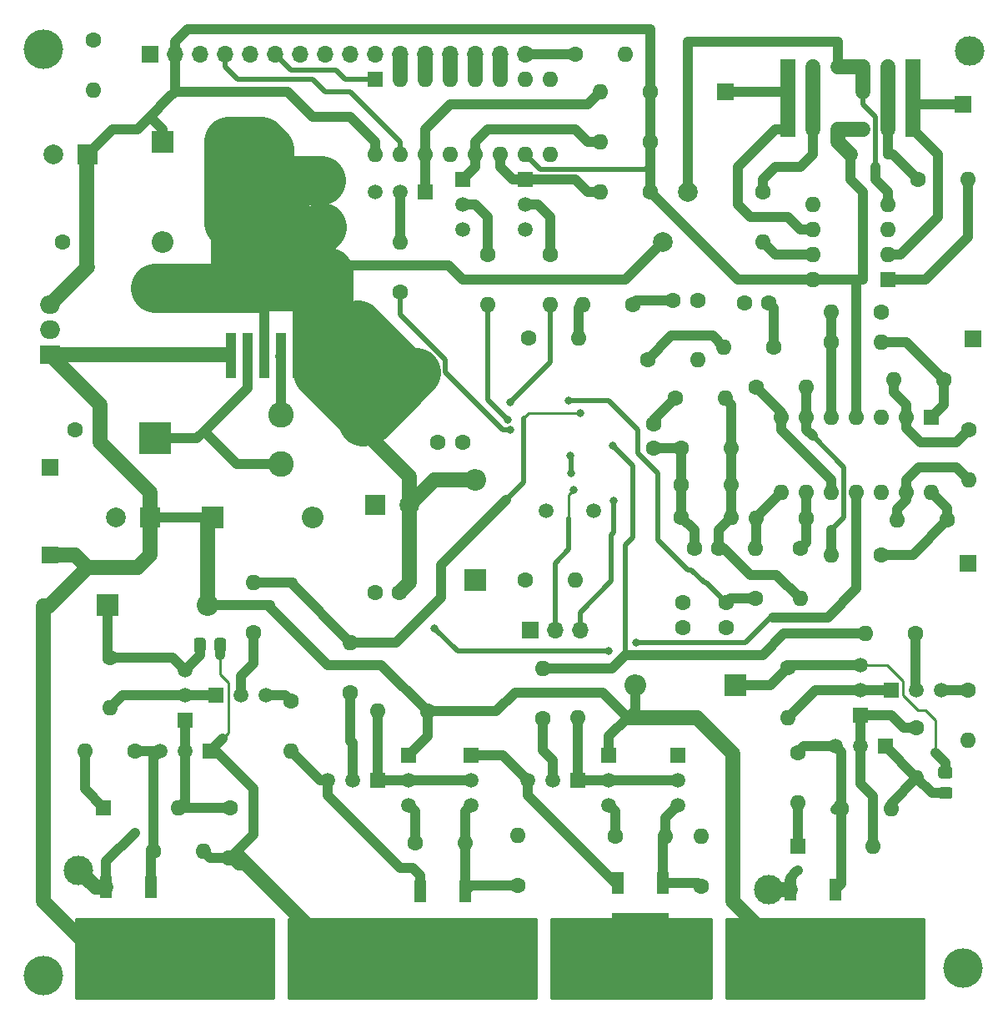
<source format=gbr>
%TF.GenerationSoftware,KiCad,Pcbnew,5.1.8-5.1.8*%
%TF.CreationDate,2021-07-28T16:27:40+08:00*%
%TF.ProjectId,fluxgate,666c7578-6761-4746-952e-6b696361645f,rev?*%
%TF.SameCoordinates,Original*%
%TF.FileFunction,Copper,L1,Top*%
%TF.FilePolarity,Positive*%
%FSLAX46Y46*%
G04 Gerber Fmt 4.6, Leading zero omitted, Abs format (unit mm)*
G04 Created by KiCad (PCBNEW 5.1.8-5.1.8) date 2021-07-28 16:27:40*
%MOMM*%
%LPD*%
G01*
G04 APERTURE LIST*
%TA.AperFunction,ComponentPad*%
%ADD10R,1.700000X1.700000*%
%TD*%
%TA.AperFunction,ComponentPad*%
%ADD11O,1.700000X1.700000*%
%TD*%
%TA.AperFunction,ComponentPad*%
%ADD12O,2.200000X2.200000*%
%TD*%
%TA.AperFunction,ComponentPad*%
%ADD13R,2.200000X2.200000*%
%TD*%
%TA.AperFunction,ComponentPad*%
%ADD14O,1.600000X1.600000*%
%TD*%
%TA.AperFunction,ComponentPad*%
%ADD15C,1.600000*%
%TD*%
%TA.AperFunction,ComponentPad*%
%ADD16R,1.500000X1.500000*%
%TD*%
%TA.AperFunction,ComponentPad*%
%ADD17C,1.500000*%
%TD*%
%TA.AperFunction,ComponentPad*%
%ADD18R,1.600000X1.600000*%
%TD*%
%TA.AperFunction,ComponentPad*%
%ADD19O,2.000000X1.905000*%
%TD*%
%TA.AperFunction,ComponentPad*%
%ADD20R,2.000000X1.905000*%
%TD*%
%TA.AperFunction,SMDPad,CuDef*%
%ADD21R,10.800000X9.400000*%
%TD*%
%TA.AperFunction,SMDPad,CuDef*%
%ADD22R,1.100000X4.600000*%
%TD*%
%TA.AperFunction,SMDPad,CuDef*%
%ADD23R,5.800000X6.400000*%
%TD*%
%TA.AperFunction,SMDPad,CuDef*%
%ADD24R,1.200000X2.200000*%
%TD*%
%TA.AperFunction,ComponentPad*%
%ADD25C,2.600000*%
%TD*%
%TA.AperFunction,ComponentPad*%
%ADD26O,3.200000X3.200000*%
%TD*%
%TA.AperFunction,ComponentPad*%
%ADD27R,3.200000X3.200000*%
%TD*%
%TA.AperFunction,ComponentPad*%
%ADD28C,2.000000*%
%TD*%
%TA.AperFunction,ComponentPad*%
%ADD29R,2.000000X2.000000*%
%TD*%
%TA.AperFunction,ViaPad*%
%ADD30C,4.000000*%
%TD*%
%TA.AperFunction,ViaPad*%
%ADD31C,3.000000*%
%TD*%
%TA.AperFunction,ViaPad*%
%ADD32C,0.800000*%
%TD*%
%TA.AperFunction,ViaPad*%
%ADD33C,2.000000*%
%TD*%
%TA.AperFunction,Conductor*%
%ADD34C,1.000000*%
%TD*%
%TA.AperFunction,Conductor*%
%ADD35C,0.250000*%
%TD*%
%TA.AperFunction,Conductor*%
%ADD36C,1.500000*%
%TD*%
%TA.AperFunction,Conductor*%
%ADD37C,0.500000*%
%TD*%
%TA.AperFunction,Conductor*%
%ADD38C,5.000000*%
%TD*%
%TA.AperFunction,Conductor*%
%ADD39C,0.254000*%
%TD*%
%TA.AperFunction,Conductor*%
%ADD40C,0.100000*%
%TD*%
G04 APERTURE END LIST*
D10*
%TO.P,J2,1*%
%TO.N,/A*%
X130810000Y-149860000D03*
%TD*%
%TO.P,J3,1*%
%TO.N,/dian_ci_bu_chang-*%
X146050000Y-62230000D03*
%TD*%
%TO.P,J4,1*%
%TO.N,/chan_gan_qi_xin_hao-*%
X171200000Y-87300000D03*
%TD*%
%TO.P,J5,1*%
%TO.N,/B*%
X107950000Y-149860000D03*
%TD*%
%TO.P,J6,1*%
%TO.N,GND*%
X77470000Y-100330000D03*
%TD*%
%TO.P,J7,1*%
%TO.N,/dian_ci_bu_chang+*%
X170180000Y-63500000D03*
%TD*%
%TO.P,J8,1*%
%TO.N,/chuan_gan_qi_xin_hao+*%
X170688000Y-110109000D03*
%TD*%
D11*
%TO.P,DS1,16*%
%TO.N,Net-(DS1-Pad16)*%
X125730000Y-58420000D03*
%TO.P,DS1,15*%
%TO.N,Net-(DS1-Pad15)*%
X123190000Y-58420000D03*
%TO.P,DS1,14*%
%TO.N,Net-(DS1-Pad14)*%
X120650000Y-58420000D03*
%TO.P,DS1,13*%
%TO.N,Net-(DS1-Pad13)*%
X118110000Y-58420000D03*
%TO.P,DS1,12*%
%TO.N,Net-(DS1-Pad12)*%
X115570000Y-58420000D03*
%TO.P,DS1,11*%
%TO.N,Net-(DS1-Pad11)*%
X113030000Y-58420000D03*
%TO.P,DS1,10*%
%TO.N,N/C*%
X110490000Y-58420000D03*
%TO.P,DS1,9*%
X107950000Y-58420000D03*
%TO.P,DS1,8*%
X105410000Y-58420000D03*
%TO.P,DS1,7*%
X102870000Y-58420000D03*
%TO.P,DS1,6*%
%TO.N,Net-(DS1-Pad6)*%
X100330000Y-58420000D03*
%TO.P,DS1,5*%
%TO.N,GND*%
X97790000Y-58420000D03*
%TO.P,DS1,4*%
%TO.N,Net-(DS1-Pad4)*%
X95250000Y-58420000D03*
%TO.P,DS1,3*%
%TO.N,Net-(DS1-Pad3)*%
X92710000Y-58420000D03*
%TO.P,DS1,2*%
%TO.N,+5V*%
X90170000Y-58420000D03*
D10*
%TO.P,DS1,1*%
%TO.N,GND*%
X87630000Y-58420000D03*
%TD*%
D12*
%TO.P,D8,2*%
%TO.N,GND*%
X88900000Y-77470000D03*
D13*
%TO.P,D8,1*%
%TO.N,+5V*%
X88900000Y-67310000D03*
%TD*%
D12*
%TO.P,D7,2*%
%TO.N,-5V*%
X120650000Y-101600000D03*
D13*
%TO.P,D7,1*%
%TO.N,GND*%
X120650000Y-111760000D03*
%TD*%
D12*
%TO.P,D6,2*%
%TO.N,GND*%
X104140000Y-105410000D03*
D13*
%TO.P,D6,1*%
%TO.N,+12V*%
X93980000Y-105410000D03*
%TD*%
D14*
%TO.P,R49,2*%
%TO.N,Net-(R49-Pad2)*%
X170680000Y-71120000D03*
D15*
%TO.P,R49,1*%
%TO.N,Net-(Q22-Pad2)*%
X165600000Y-71120000D03*
%TD*%
D14*
%TO.P,R48,2*%
%TO.N,Net-(R48-Pad2)*%
X149860000Y-77470000D03*
D15*
%TO.P,R48,1*%
%TO.N,Net-(Q20-Pad2)*%
X149860000Y-72390000D03*
%TD*%
D14*
%TO.P,R47,2*%
%TO.N,Net-(C19-Pad1)*%
X131572000Y-83820000D03*
D15*
%TO.P,R47,1*%
%TO.N,Net-(C21-Pad2)*%
X136652000Y-83820000D03*
%TD*%
D14*
%TO.P,R46,2*%
%TO.N,Net-(C9-Pad1)*%
X145923000Y-88138000D03*
D15*
%TO.P,R46,1*%
%TO.N,Net-(C20-Pad1)*%
X151003000Y-88138000D03*
%TD*%
D14*
%TO.P,R45,2*%
%TO.N,Net-(C19-Pad1)*%
X131191000Y-87249000D03*
D15*
%TO.P,R45,1*%
%TO.N,GND*%
X126111000Y-87249000D03*
%TD*%
D14*
%TO.P,R44,2*%
%TO.N,GND*%
X143256000Y-89408000D03*
D15*
%TO.P,R44,1*%
%TO.N,Net-(C9-Pad1)*%
X138176000Y-89408000D03*
%TD*%
D14*
%TO.P,R43,2*%
%TO.N,Net-(R42-Pad2)*%
X149098000Y-108585000D03*
D15*
%TO.P,R43,1*%
%TO.N,/PA3_ADC*%
X149098000Y-113665000D03*
%TD*%
D14*
%TO.P,R42,2*%
%TO.N,Net-(R42-Pad2)*%
X149225000Y-105500000D03*
D15*
%TO.P,R42,1*%
%TO.N,Net-(R40-Pad1)*%
X154305000Y-105500000D03*
%TD*%
D14*
%TO.P,R41,2*%
%TO.N,Net-(C4-Pad1)*%
X146050000Y-93345000D03*
D15*
%TO.P,R41,1*%
%TO.N,/A_3.3V*%
X140970000Y-93345000D03*
%TD*%
D14*
%TO.P,R40,2*%
%TO.N,Net-(C4-Pad1)*%
X153670000Y-113665000D03*
D15*
%TO.P,R40,1*%
%TO.N,Net-(R40-Pad1)*%
X153670000Y-108585000D03*
%TD*%
D14*
%TO.P,R39,2*%
%TO.N,Net-(C4-Pad1)*%
X146685000Y-105410000D03*
D15*
%TO.P,R39,1*%
%TO.N,GND*%
X141605000Y-105410000D03*
%TD*%
D14*
%TO.P,R38,2*%
%TO.N,Net-(C4-Pad1)*%
X146685000Y-98425000D03*
D15*
%TO.P,R38,1*%
%TO.N,GND*%
X141605000Y-98425000D03*
%TD*%
D14*
%TO.P,R37,2*%
%TO.N,Net-(C4-Pad1)*%
X146685680Y-102077260D03*
D15*
%TO.P,R37,1*%
%TO.N,GND*%
X141605680Y-102077260D03*
%TD*%
D14*
%TO.P,R36,2*%
%TO.N,Net-(R34-Pad2)*%
X154280000Y-92200000D03*
D15*
%TO.P,R36,1*%
%TO.N,Net-(R36-Pad1)*%
X149200000Y-92200000D03*
%TD*%
D14*
%TO.P,R35,2*%
%TO.N,Net-(R33-Pad1)*%
X156845000Y-84582000D03*
D15*
%TO.P,R35,1*%
%TO.N,GND*%
X161925000Y-84582000D03*
%TD*%
D14*
%TO.P,R34,2*%
%TO.N,Net-(R34-Pad2)*%
X156845000Y-109220000D03*
D15*
%TO.P,R34,1*%
%TO.N,Net-(R32-Pad1)*%
X161925000Y-109220000D03*
%TD*%
D14*
%TO.P,R33,2*%
%TO.N,Net-(R31-Pad1)*%
X161925000Y-87630000D03*
D15*
%TO.P,R33,1*%
%TO.N,Net-(R33-Pad1)*%
X156845000Y-87630000D03*
%TD*%
D14*
%TO.P,R32,2*%
%TO.N,Net-(R30-Pad2)*%
X163520000Y-105700000D03*
D15*
%TO.P,R32,1*%
%TO.N,Net-(R32-Pad1)*%
X168600000Y-105700000D03*
%TD*%
D14*
%TO.P,R31,2*%
%TO.N,Net-(R30-Pad1)*%
X163195000Y-91440000D03*
D15*
%TO.P,R31,1*%
%TO.N,Net-(R31-Pad1)*%
X168275000Y-91440000D03*
%TD*%
D14*
%TO.P,R30,2*%
%TO.N,Net-(R30-Pad2)*%
X170815000Y-101600000D03*
D15*
%TO.P,R30,1*%
%TO.N,Net-(R30-Pad1)*%
X170815000Y-96520000D03*
%TD*%
D14*
%TO.P,R29,2*%
%TO.N,GND*%
X81915000Y-62103000D03*
D15*
%TO.P,R29,1*%
%TO.N,Net-(DS1-Pad3)*%
X81915000Y-57023000D03*
%TD*%
D14*
%TO.P,R28,2*%
%TO.N,Net-(Q19-Pad2)*%
X113030000Y-77470000D03*
D15*
%TO.P,R28,1*%
%TO.N,/PA2_SER*%
X113030000Y-82550000D03*
%TD*%
D14*
%TO.P,R27,2*%
%TO.N,GND*%
X135890000Y-58420000D03*
D15*
%TO.P,R27,1*%
%TO.N,Net-(DS1-Pad16)*%
X130810000Y-58420000D03*
%TD*%
D14*
%TO.P,R26,2*%
%TO.N,/PA0_SRCLK*%
X128270000Y-83820000D03*
D15*
%TO.P,R26,1*%
%TO.N,Net-(Q18-Pad2)*%
X128270000Y-78740000D03*
%TD*%
D14*
%TO.P,R25,2*%
%TO.N,/PA1_RCLK*%
X121920000Y-83820000D03*
D15*
%TO.P,R25,1*%
%TO.N,Net-(Q17-Pad2)*%
X121920000Y-78740000D03*
%TD*%
D14*
%TO.P,R24,2*%
%TO.N,/PA6_PWM*%
X98171000Y-112014000D03*
D15*
%TO.P,R24,1*%
%TO.N,Net-(Q16-Pad2)*%
X98171000Y-117094000D03*
%TD*%
D14*
%TO.P,R23,2*%
%TO.N,GND*%
X101981000Y-129159000D03*
D15*
%TO.P,R23,1*%
%TO.N,Net-(Q16-Pad3)*%
X101981000Y-124079000D03*
%TD*%
D14*
%TO.P,R22,2*%
%TO.N,Net-(Q15-Pad2)*%
X83566000Y-124714000D03*
D15*
%TO.P,R22,1*%
%TO.N,Net-(C3-Pad1)*%
X83566000Y-119634000D03*
%TD*%
D14*
%TO.P,R21,2*%
%TO.N,/PA6_PWM*%
X108000000Y-118110000D03*
D15*
%TO.P,R21,1*%
%TO.N,Net-(Q14-Pad2)*%
X108000000Y-123190000D03*
%TD*%
D14*
%TO.P,R20,2*%
%TO.N,/B*%
X95800000Y-139954000D03*
D15*
%TO.P,R20,1*%
%TO.N,Net-(D5-Pad2)*%
X95800000Y-134874000D03*
%TD*%
D14*
%TO.P,R19,2*%
%TO.N,Net-(Q11-Pad2)*%
X110744000Y-125095000D03*
D15*
%TO.P,R19,1*%
%TO.N,+12V*%
X115824000Y-125095000D03*
%TD*%
D14*
%TO.P,R18,2*%
%TO.N,Net-(D5-Pad1)*%
X81026000Y-129159000D03*
D15*
%TO.P,R18,1*%
%TO.N,Net-(Q13-Pad3)*%
X86106000Y-129159000D03*
%TD*%
D14*
%TO.P,R17,2*%
%TO.N,Net-(Q19-Pad1)*%
X133350000Y-62230000D03*
D15*
%TO.P,R17,1*%
%TO.N,+5V*%
X138430000Y-62230000D03*
%TD*%
D14*
%TO.P,R16,2*%
%TO.N,Net-(Q10-Pad1)*%
X119634000Y-138430000D03*
D15*
%TO.P,R16,1*%
%TO.N,Net-(Q11-Pad3)*%
X114554000Y-138430000D03*
%TD*%
D14*
%TO.P,R15,2*%
%TO.N,Net-(Q18-Pad1)*%
X133350000Y-72390000D03*
D15*
%TO.P,R15,1*%
%TO.N,+5V*%
X138430000Y-72390000D03*
%TD*%
D14*
%TO.P,R14,2*%
%TO.N,GND*%
X130810000Y-111760000D03*
D15*
%TO.P,R14,1*%
%TO.N,Net-(R14-Pad1)*%
X125730000Y-111760000D03*
%TD*%
D14*
%TO.P,R13,2*%
%TO.N,/B*%
X93091000Y-139319000D03*
D15*
%TO.P,R13,1*%
%TO.N,Net-(Q13-Pad3)*%
X88011000Y-139319000D03*
%TD*%
D14*
%TO.P,R12,2*%
%TO.N,Net-(Q17-Pad1)*%
X133350000Y-67310000D03*
D15*
%TO.P,R12,1*%
%TO.N,+5V*%
X138430000Y-67310000D03*
%TD*%
D14*
%TO.P,R11,2*%
%TO.N,GND*%
X124968000Y-137668000D03*
D15*
%TO.P,R11,1*%
%TO.N,Net-(Q10-Pad1)*%
X124968000Y-142748000D03*
%TD*%
D14*
%TO.P,R10,2*%
%TO.N,GND*%
X143637000Y-137795000D03*
D15*
%TO.P,R10,1*%
%TO.N,Net-(Q6-Pad3)*%
X143637000Y-142875000D03*
%TD*%
D14*
%TO.P,R9,2*%
%TO.N,/A*%
X162880000Y-135000000D03*
D15*
%TO.P,R9,1*%
%TO.N,Net-(Q4-Pad3)*%
X157800000Y-135000000D03*
%TD*%
D14*
%TO.P,R8,2*%
%TO.N,Net-(Q6-Pad3)*%
X139954000Y-137795000D03*
D15*
%TO.P,R8,1*%
%TO.N,Net-(Q5-Pad3)*%
X134874000Y-137795000D03*
%TD*%
D14*
%TO.P,R7,2*%
%TO.N,Net-(D1-Pad1)*%
X153416000Y-134366000D03*
D15*
%TO.P,R7,1*%
%TO.N,Net-(Q4-Pad3)*%
X153416000Y-129286000D03*
%TD*%
D14*
%TO.P,R6,2*%
%TO.N,Net-(Q3-Pad1)*%
X131064000Y-125730000D03*
D15*
%TO.P,R6,1*%
%TO.N,+12V*%
X136144000Y-125730000D03*
%TD*%
D14*
%TO.P,R5,2*%
%TO.N,/A*%
X165481000Y-131826000D03*
D15*
%TO.P,R5,1*%
%TO.N,Net-(D1-Pad2)*%
X165481000Y-126746000D03*
%TD*%
D14*
%TO.P,R4,2*%
%TO.N,/PA7_PWM1*%
X127500000Y-120720000D03*
D15*
%TO.P,R4,1*%
%TO.N,Net-(Q3-Pad2)*%
X127500000Y-125800000D03*
%TD*%
D14*
%TO.P,R3,2*%
%TO.N,GND*%
X170688000Y-128016000D03*
D15*
%TO.P,R3,1*%
%TO.N,Net-(Q1-Pad3)*%
X170688000Y-122936000D03*
%TD*%
D14*
%TO.P,R2,2*%
%TO.N,Net-(Q1-Pad1)*%
X152400000Y-125730000D03*
D15*
%TO.P,R2,1*%
%TO.N,Net-(C1-Pad1)*%
X152400000Y-120650000D03*
%TD*%
D14*
%TO.P,R1,2*%
%TO.N,/PA7_PWM1*%
X160274000Y-117221000D03*
D15*
%TO.P,R1,1*%
%TO.N,Net-(Q1-Pad2)*%
X165354000Y-117221000D03*
%TD*%
D16*
%TO.P,Q19,1*%
%TO.N,Net-(Q19-Pad1)*%
X115570000Y-72390000D03*
D17*
%TO.P,Q19,3*%
%TO.N,GND*%
X110490000Y-72390000D03*
%TO.P,Q19,2*%
%TO.N,Net-(Q19-Pad2)*%
X113030000Y-72390000D03*
%TD*%
D16*
%TO.P,Q18,1*%
%TO.N,Net-(Q18-Pad1)*%
X125730000Y-71120000D03*
D17*
%TO.P,Q18,3*%
%TO.N,GND*%
X125730000Y-76200000D03*
%TO.P,Q18,2*%
%TO.N,Net-(Q18-Pad2)*%
X125730000Y-73660000D03*
%TD*%
D16*
%TO.P,Q17,1*%
%TO.N,Net-(Q17-Pad1)*%
X119380000Y-71120000D03*
D17*
%TO.P,Q17,3*%
%TO.N,GND*%
X119380000Y-76200000D03*
%TO.P,Q17,2*%
%TO.N,Net-(Q17-Pad2)*%
X119380000Y-73660000D03*
%TD*%
%TO.P,Y1,2*%
%TO.N,Net-(C14-Pad1)*%
X127835000Y-104775000D03*
%TO.P,Y1,1*%
%TO.N,Net-(C15-Pad2)*%
X132715000Y-104775000D03*
%TD*%
D14*
%TO.P,U9,16*%
%TO.N,+5V*%
X110490000Y-68580000D03*
%TO.P,U9,8*%
%TO.N,GND*%
X128270000Y-60960000D03*
%TO.P,U9,15*%
%TO.N,Net-(DS1-Pad4)*%
X113030000Y-68580000D03*
%TO.P,U9,7*%
%TO.N,N/C*%
X125730000Y-60960000D03*
%TO.P,U9,14*%
%TO.N,Net-(Q19-Pad1)*%
X115570000Y-68580000D03*
%TO.P,U9,6*%
%TO.N,Net-(DS1-Pad15)*%
X123190000Y-60960000D03*
%TO.P,U9,13*%
%TO.N,GND*%
X118110000Y-68580000D03*
%TO.P,U9,5*%
%TO.N,Net-(DS1-Pad14)*%
X120650000Y-60960000D03*
%TO.P,U9,12*%
%TO.N,Net-(Q17-Pad1)*%
X120650000Y-68580000D03*
%TO.P,U9,4*%
%TO.N,Net-(DS1-Pad13)*%
X118110000Y-60960000D03*
%TO.P,U9,11*%
%TO.N,Net-(Q18-Pad1)*%
X123190000Y-68580000D03*
%TO.P,U9,3*%
%TO.N,Net-(DS1-Pad12)*%
X115570000Y-60960000D03*
%TO.P,U9,10*%
%TO.N,+5V*%
X125730000Y-68580000D03*
%TO.P,U9,2*%
%TO.N,Net-(DS1-Pad11)*%
X113030000Y-60960000D03*
%TO.P,U9,9*%
%TO.N,N/C*%
X128270000Y-68580000D03*
D18*
%TO.P,U9,1*%
%TO.N,Net-(DS1-Pad6)*%
X110490000Y-60960000D03*
%TD*%
D14*
%TO.P,U7,8*%
%TO.N,+5V*%
X154940000Y-81280000D03*
%TO.P,U7,4*%
%TO.N,-5V*%
X162560000Y-73660000D03*
%TO.P,U7,7*%
%TO.N,Net-(R48-Pad2)*%
X154940000Y-78740000D03*
%TO.P,U7,3*%
%TO.N,Net-(C21-Pad2)*%
X162560000Y-76200000D03*
%TO.P,U7,6*%
%TO.N,/dian_ci_bu_chang-*%
X154940000Y-76200000D03*
%TO.P,U7,2*%
%TO.N,/dian_ci_bu_chang+*%
X162560000Y-78740000D03*
%TO.P,U7,5*%
%TO.N,Net-(C20-Pad1)*%
X154940000Y-73660000D03*
D18*
%TO.P,U7,1*%
%TO.N,Net-(R49-Pad2)*%
X162560000Y-81280000D03*
%TD*%
D14*
%TO.P,U4,14*%
%TO.N,Net-(R32-Pad1)*%
X167005000Y-102870000D03*
%TO.P,U4,7*%
%TO.N,Net-(R36-Pad1)*%
X151765000Y-95250000D03*
%TO.P,U4,13*%
%TO.N,Net-(R30-Pad2)*%
X164465000Y-102870000D03*
%TO.P,U4,6*%
%TO.N,Net-(R34-Pad2)*%
X154305000Y-95250000D03*
%TO.P,U4,12*%
%TO.N,/chuan_gan_qi_xin_hao+*%
X161925000Y-102870000D03*
%TO.P,U4,5*%
%TO.N,Net-(R33-Pad1)*%
X156845000Y-95250000D03*
%TO.P,U4,11*%
%TO.N,-5V*%
X159385000Y-102870000D03*
%TO.P,U4,4*%
%TO.N,+5V*%
X159385000Y-95250000D03*
%TO.P,U4,10*%
%TO.N,Net-(R36-Pad1)*%
X156845000Y-102870000D03*
%TO.P,U4,3*%
%TO.N,/chan_gan_qi_xin_hao-*%
X161925000Y-95250000D03*
%TO.P,U4,9*%
%TO.N,Net-(R40-Pad1)*%
X154305000Y-102870000D03*
%TO.P,U4,2*%
%TO.N,Net-(R30-Pad1)*%
X164465000Y-95250000D03*
%TO.P,U4,8*%
%TO.N,Net-(R42-Pad2)*%
X151765000Y-102870000D03*
D18*
%TO.P,U4,1*%
%TO.N,Net-(R31-Pad1)*%
X167005000Y-95250000D03*
%TD*%
D19*
%TO.P,U3,3*%
%TO.N,+5V*%
X77470000Y-83820000D03*
%TO.P,U3,2*%
%TO.N,GND*%
X77470000Y-86360000D03*
D20*
%TO.P,U3,1*%
%TO.N,+12V*%
X77470000Y-88900000D03*
%TD*%
D21*
%TO.P,U2,3*%
%TO.N,-5V*%
X99253000Y-79829000D03*
D22*
%TO.P,U2,5*%
X102653000Y-88979000D03*
%TO.P,U2,4*%
%TO.N,GND*%
X100953000Y-88979000D03*
%TO.P,U2,3*%
%TO.N,-5V*%
X99253000Y-88979000D03*
%TO.P,U2,2*%
%TO.N,Net-(D2-Pad1)*%
X97553000Y-88979000D03*
%TO.P,U2,1*%
%TO.N,+12V*%
X95853000Y-88979000D03*
%TD*%
D16*
%TO.P,Q23,1*%
%TO.N,/dian_ci_bu_chang+*%
X165100000Y-59690000D03*
D17*
%TO.P,Q23,3*%
%TO.N,-5V*%
X160020000Y-59690000D03*
%TO.P,Q23,2*%
%TO.N,Net-(Q22-Pad2)*%
X162560000Y-59690000D03*
%TD*%
D16*
%TO.P,Q22,1*%
%TO.N,/dian_ci_bu_chang+*%
X165100000Y-66040000D03*
D17*
%TO.P,Q22,3*%
%TO.N,+5V*%
X160020000Y-66040000D03*
%TO.P,Q22,2*%
%TO.N,Net-(Q22-Pad2)*%
X162560000Y-66040000D03*
%TD*%
D16*
%TO.P,Q21,1*%
%TO.N,/dian_ci_bu_chang-*%
X152400000Y-59690000D03*
D17*
%TO.P,Q21,3*%
%TO.N,-5V*%
X157480000Y-59690000D03*
%TO.P,Q21,2*%
%TO.N,Net-(Q20-Pad2)*%
X154940000Y-59690000D03*
%TD*%
D16*
%TO.P,Q20,1*%
%TO.N,/dian_ci_bu_chang-*%
X152400000Y-66040000D03*
D17*
%TO.P,Q20,3*%
%TO.N,+5V*%
X157480000Y-66040000D03*
%TO.P,Q20,2*%
%TO.N,Net-(Q20-Pad2)*%
X154940000Y-66040000D03*
%TD*%
D16*
%TO.P,Q16,1*%
%TO.N,Net-(Q15-Pad2)*%
X94361000Y-123444000D03*
D17*
%TO.P,Q16,3*%
%TO.N,Net-(Q16-Pad3)*%
X99441000Y-123444000D03*
%TO.P,Q16,2*%
%TO.N,Net-(Q16-Pad2)*%
X96901000Y-123444000D03*
%TD*%
D16*
%TO.P,Q15,1*%
%TO.N,Net-(D5-Pad2)*%
X91186000Y-125984000D03*
D17*
%TO.P,Q15,3*%
%TO.N,Net-(C3-Pad1)*%
X91186000Y-120904000D03*
%TO.P,Q15,2*%
%TO.N,Net-(Q15-Pad2)*%
X91186000Y-123444000D03*
%TD*%
D16*
%TO.P,Q14,1*%
%TO.N,Net-(Q11-Pad2)*%
X110744000Y-132080000D03*
D17*
%TO.P,Q14,3*%
%TO.N,GND*%
X105664000Y-132080000D03*
%TO.P,Q14,2*%
%TO.N,Net-(Q14-Pad2)*%
X108204000Y-132080000D03*
%TD*%
D16*
%TO.P,Q13,1*%
%TO.N,/B*%
X93726000Y-129159000D03*
D17*
%TO.P,Q13,3*%
%TO.N,Net-(Q13-Pad3)*%
X88646000Y-129159000D03*
%TO.P,Q13,2*%
%TO.N,Net-(D5-Pad2)*%
X91186000Y-129159000D03*
%TD*%
D16*
%TO.P,Q12,1*%
%TO.N,GND*%
X120269000Y-129540000D03*
D17*
%TO.P,Q12,3*%
%TO.N,Net-(Q10-Pad1)*%
X120269000Y-134620000D03*
%TO.P,Q12,2*%
%TO.N,Net-(Q11-Pad2)*%
X120269000Y-132080000D03*
%TD*%
D16*
%TO.P,Q11,1*%
%TO.N,+12V*%
X113919000Y-129540000D03*
D17*
%TO.P,Q11,3*%
%TO.N,Net-(Q11-Pad3)*%
X113919000Y-134620000D03*
%TO.P,Q11,2*%
%TO.N,Net-(Q11-Pad2)*%
X113919000Y-132080000D03*
%TD*%
D23*
%TO.P,Q10,2*%
%TO.N,/B*%
X117349000Y-149630000D03*
D24*
%TO.P,Q10,3*%
%TO.N,GND*%
X115069000Y-143330000D03*
%TO.P,Q10,1*%
%TO.N,Net-(Q10-Pad1)*%
X119629000Y-143330000D03*
%TD*%
D23*
%TO.P,Q9,2*%
%TO.N,+12V*%
X85471000Y-149249000D03*
D24*
%TO.P,Q9,3*%
%TO.N,/B*%
X83191000Y-142949000D03*
%TO.P,Q9,1*%
%TO.N,Net-(Q13-Pad3)*%
X87751000Y-142949000D03*
%TD*%
D23*
%TO.P,Q8,2*%
%TO.N,/A*%
X137414000Y-148785000D03*
D24*
%TO.P,Q8,3*%
%TO.N,GND*%
X135134000Y-142485000D03*
%TO.P,Q8,1*%
%TO.N,Net-(Q6-Pad3)*%
X139694000Y-142485000D03*
%TD*%
D23*
%TO.P,Q7,2*%
%TO.N,+12V*%
X154941000Y-149503000D03*
D24*
%TO.P,Q7,3*%
%TO.N,/A*%
X152661000Y-143203000D03*
%TO.P,Q7,1*%
%TO.N,Net-(Q4-Pad3)*%
X157221000Y-143203000D03*
%TD*%
D16*
%TO.P,Q6,1*%
%TO.N,GND*%
X141224000Y-129540000D03*
D17*
%TO.P,Q6,3*%
%TO.N,Net-(Q6-Pad3)*%
X141224000Y-134620000D03*
%TO.P,Q6,2*%
%TO.N,Net-(Q3-Pad1)*%
X141224000Y-132080000D03*
%TD*%
D16*
%TO.P,Q5,1*%
%TO.N,+12V*%
X134239000Y-129540000D03*
D17*
%TO.P,Q5,3*%
%TO.N,Net-(Q5-Pad3)*%
X134239000Y-134620000D03*
%TO.P,Q5,2*%
%TO.N,Net-(Q3-Pad1)*%
X134239000Y-132080000D03*
%TD*%
D16*
%TO.P,Q4,1*%
%TO.N,/A*%
X162306000Y-128651000D03*
D17*
%TO.P,Q4,3*%
%TO.N,Net-(Q4-Pad3)*%
X157226000Y-128651000D03*
%TO.P,Q4,2*%
%TO.N,Net-(D1-Pad2)*%
X159766000Y-128651000D03*
%TD*%
D16*
%TO.P,Q3,1*%
%TO.N,Net-(Q3-Pad1)*%
X131064000Y-132080000D03*
D17*
%TO.P,Q3,3*%
%TO.N,GND*%
X125984000Y-132080000D03*
%TO.P,Q3,2*%
%TO.N,Net-(Q3-Pad2)*%
X128524000Y-132080000D03*
%TD*%
D16*
%TO.P,Q2,1*%
%TO.N,Net-(D1-Pad2)*%
X159766000Y-125476000D03*
D17*
%TO.P,Q2,3*%
%TO.N,Net-(C1-Pad1)*%
X159766000Y-120396000D03*
%TO.P,Q2,2*%
%TO.N,Net-(Q1-Pad1)*%
X159766000Y-122936000D03*
%TD*%
D16*
%TO.P,Q1,1*%
%TO.N,Net-(Q1-Pad1)*%
X162941000Y-122936000D03*
D17*
%TO.P,Q1,3*%
%TO.N,Net-(Q1-Pad3)*%
X168021000Y-122936000D03*
%TO.P,Q1,2*%
%TO.N,Net-(Q1-Pad2)*%
X165481000Y-122936000D03*
%TD*%
D25*
%TO.P,L1,2*%
%TO.N,Net-(D2-Pad1)*%
X100900000Y-100000000D03*
%TO.P,L1,1*%
%TO.N,GND*%
X100900000Y-95000000D03*
%TD*%
D11*
%TO.P,J11,3*%
%TO.N,/DIO*%
X131318000Y-116840000D03*
%TO.P,J11,2*%
%TO.N,/CLK*%
X128778000Y-116840000D03*
D10*
%TO.P,J11,1*%
%TO.N,GND*%
X126238000Y-116840000D03*
%TD*%
%TO.P,J1,1*%
%TO.N,+12V*%
X77470000Y-109220000D03*
%TD*%
D14*
%TO.P,D5,2*%
%TO.N,Net-(D5-Pad2)*%
X90551000Y-134874000D03*
D18*
%TO.P,D5,1*%
%TO.N,Net-(D5-Pad1)*%
X82931000Y-134874000D03*
%TD*%
D12*
%TO.P,D4,2*%
%TO.N,+12V*%
X93472000Y-114300000D03*
D13*
%TO.P,D4,1*%
%TO.N,Net-(C3-Pad1)*%
X83312000Y-114300000D03*
%TD*%
D12*
%TO.P,D3,2*%
%TO.N,+12V*%
X136906000Y-122428000D03*
D13*
%TO.P,D3,1*%
%TO.N,Net-(C1-Pad1)*%
X147066000Y-122428000D03*
%TD*%
D26*
%TO.P,D2,2*%
%TO.N,-5V*%
X88138000Y-82169000D03*
D27*
%TO.P,D2,1*%
%TO.N,Net-(D2-Pad1)*%
X88138000Y-97409000D03*
%TD*%
D14*
%TO.P,D1,2*%
%TO.N,Net-(D1-Pad2)*%
X161036000Y-138811000D03*
D18*
%TO.P,D1,1*%
%TO.N,Net-(D1-Pad1)*%
X153416000Y-138811000D03*
%TD*%
D15*
%TO.P,C26,2*%
%TO.N,GND*%
X141732000Y-114086000D03*
%TO.P,C26,1*%
%TO.N,Net-(C26-Pad1)*%
X141732000Y-116586000D03*
%TD*%
%TO.P,C21,2*%
%TO.N,Net-(C21-Pad2)*%
X140756000Y-83439000D03*
%TO.P,C21,1*%
%TO.N,GND*%
X143256000Y-83439000D03*
%TD*%
%TO.P,C20,2*%
%TO.N,GND*%
X147995000Y-83693000D03*
%TO.P,C20,1*%
%TO.N,Net-(C20-Pad1)*%
X150495000Y-83693000D03*
%TD*%
%TO.P,C17,2*%
%TO.N,GND*%
X116880000Y-97790000D03*
%TO.P,C17,1*%
%TO.N,Net-(C17-Pad1)*%
X119380000Y-97790000D03*
%TD*%
D28*
%TO.P,C13,2*%
%TO.N,-5V*%
X113990000Y-104140000D03*
D29*
%TO.P,C13,1*%
%TO.N,GND*%
X110490000Y-104140000D03*
%TD*%
D28*
%TO.P,C12,2*%
%TO.N,GND*%
X77780000Y-68580000D03*
D29*
%TO.P,C12,1*%
%TO.N,+5V*%
X81280000Y-68580000D03*
%TD*%
D15*
%TO.P,C11,2*%
%TO.N,-5V*%
X112990000Y-113030000D03*
%TO.P,C11,1*%
%TO.N,GND*%
X110490000Y-113030000D03*
%TD*%
%TO.P,C10,2*%
%TO.N,GND*%
X78740000Y-77470000D03*
%TO.P,C10,1*%
%TO.N,+5V*%
X81240000Y-77470000D03*
%TD*%
%TO.P,C8,2*%
%TO.N,Net-(C26-Pad1)*%
X146177000Y-116586000D03*
%TO.P,C8,1*%
%TO.N,/PA3_ADC*%
X146177000Y-114086000D03*
%TD*%
D28*
%TO.P,C7,2*%
%TO.N,GND*%
X84130000Y-105410000D03*
D29*
%TO.P,C7,1*%
%TO.N,+12V*%
X87630000Y-105410000D03*
%TD*%
D15*
%TO.P,C6,2*%
%TO.N,GND*%
X80050000Y-96520000D03*
%TO.P,C6,1*%
%TO.N,+12V*%
X82550000Y-96520000D03*
%TD*%
%TO.P,C5,2*%
%TO.N,/A_3.3V*%
X138800000Y-95925000D03*
%TO.P,C5,1*%
%TO.N,GND*%
X138800000Y-98425000D03*
%TD*%
%TO.P,C4,2*%
%TO.N,GND*%
X142915000Y-108585000D03*
%TO.P,C4,1*%
%TO.N,Net-(C4-Pad1)*%
X145415000Y-108585000D03*
%TD*%
%TO.P,C3,2*%
%TO.N,/B*%
%TA.AperFunction,SMDPad,CuDef*%
G36*
G01*
X94176000Y-118839000D02*
X94176000Y-117889000D01*
G75*
G02*
X94426000Y-117639000I250000J0D01*
G01*
X95101000Y-117639000D01*
G75*
G02*
X95351000Y-117889000I0J-250000D01*
G01*
X95351000Y-118839000D01*
G75*
G02*
X95101000Y-119089000I-250000J0D01*
G01*
X94426000Y-119089000D01*
G75*
G02*
X94176000Y-118839000I0J250000D01*
G01*
G37*
%TD.AperFunction*%
%TO.P,C3,1*%
%TO.N,Net-(C3-Pad1)*%
%TA.AperFunction,SMDPad,CuDef*%
G36*
G01*
X92101000Y-118839000D02*
X92101000Y-117889000D01*
G75*
G02*
X92351000Y-117639000I250000J0D01*
G01*
X93026000Y-117639000D01*
G75*
G02*
X93276000Y-117889000I0J-250000D01*
G01*
X93276000Y-118839000D01*
G75*
G02*
X93026000Y-119089000I-250000J0D01*
G01*
X92351000Y-119089000D01*
G75*
G02*
X92101000Y-118839000I0J250000D01*
G01*
G37*
%TD.AperFunction*%
%TD*%
%TO.P,C1,2*%
%TO.N,/A*%
%TA.AperFunction,SMDPad,CuDef*%
G36*
G01*
X167927000Y-132784000D02*
X168877000Y-132784000D01*
G75*
G02*
X169127000Y-133034000I0J-250000D01*
G01*
X169127000Y-133709000D01*
G75*
G02*
X168877000Y-133959000I-250000J0D01*
G01*
X167927000Y-133959000D01*
G75*
G02*
X167677000Y-133709000I0J250000D01*
G01*
X167677000Y-133034000D01*
G75*
G02*
X167927000Y-132784000I250000J0D01*
G01*
G37*
%TD.AperFunction*%
%TO.P,C1,1*%
%TO.N,Net-(C1-Pad1)*%
%TA.AperFunction,SMDPad,CuDef*%
G36*
G01*
X167927000Y-130709000D02*
X168877000Y-130709000D01*
G75*
G02*
X169127000Y-130959000I0J-250000D01*
G01*
X169127000Y-131634000D01*
G75*
G02*
X168877000Y-131884000I-250000J0D01*
G01*
X167927000Y-131884000D01*
G75*
G02*
X167677000Y-131634000I0J250000D01*
G01*
X167677000Y-130959000D01*
G75*
G02*
X167927000Y-130709000I250000J0D01*
G01*
G37*
%TD.AperFunction*%
%TD*%
D30*
%TO.N,*%
X76840000Y-151890000D03*
X170180000Y-151130000D03*
%TO.N,GND*%
X76840000Y-57890000D03*
D31*
X170830000Y-58050000D03*
D32*
%TO.N,+12V*%
X99060000Y-147320000D03*
X99060000Y-149860000D03*
X99060000Y-152400000D03*
X96520000Y-152400000D03*
X96520000Y-149860000D03*
X96520000Y-147320000D03*
X93980000Y-147320000D03*
X93980000Y-149860000D03*
X93980000Y-152400000D03*
X91440000Y-152400000D03*
X91440000Y-149860000D03*
X91440000Y-147320000D03*
X80525000Y-148075000D03*
X81280000Y-151130000D03*
X81280000Y-153670000D03*
X147320000Y-147320000D03*
X147320000Y-149860000D03*
X147320000Y-152400000D03*
X149860000Y-152400000D03*
X149860000Y-149860000D03*
X149815000Y-147365000D03*
X160020000Y-147320000D03*
X160020000Y-149860000D03*
X160020000Y-152400000D03*
X162560000Y-152400000D03*
X162560000Y-149860000D03*
X162560000Y-147320000D03*
X165100000Y-147320000D03*
X165100000Y-149860000D03*
X165100000Y-152400000D03*
%TO.N,/PA3_ADC*%
X130175000Y-93599000D03*
D33*
%TO.N,-5V*%
X139700000Y-77470000D03*
X142240000Y-72390000D03*
D32*
X137033000Y-118110000D03*
X134239000Y-118999000D03*
X116522500Y-116649500D03*
%TO.N,/PA10_TIM1_CH3*%
X130302000Y-99187000D03*
X130429000Y-100965000D03*
%TO.N,/DIO*%
X134747000Y-103759000D03*
%TO.N,/CLK*%
X130683000Y-102616000D03*
%TO.N,/PA7_PWM1*%
X134620000Y-98171000D03*
%TO.N,/PA6_PWM*%
X131318000Y-94869000D03*
%TO.N,/PA1_RCLK*%
X123952000Y-95504000D03*
%TO.N,/PA0_SRCLK*%
X124206000Y-93726000D03*
%TO.N,/PA2_SER*%
X124206000Y-96520000D03*
%TO.N,/A*%
X153289000Y-141351000D03*
X142240000Y-151130000D03*
X142240000Y-153670000D03*
X130810000Y-152400000D03*
X129540000Y-147320000D03*
X132080000Y-147320000D03*
X132080000Y-152400000D03*
D31*
X150503000Y-143203000D03*
X142700000Y-148100000D03*
D32*
%TO.N,/B*%
X86106000Y-137414000D03*
X121920000Y-147320000D03*
X121920000Y-149860000D03*
X121920000Y-152400000D03*
X124460000Y-147320000D03*
X124460000Y-149860000D03*
X124460000Y-152400000D03*
X110490000Y-147320000D03*
X110720000Y-149630000D03*
X110490000Y-152400000D03*
D31*
X80400000Y-141200000D03*
X104760000Y-147940000D03*
%TD*%
D34*
%TO.N,Net-(C1-Pad1)*%
X152654000Y-120396000D02*
X152400000Y-120650000D01*
X159766000Y-120396000D02*
X152654000Y-120396000D01*
D35*
X166370000Y-124968000D02*
X167386000Y-125984000D01*
X165608000Y-124968000D02*
X166370000Y-124968000D01*
X164084000Y-123444000D02*
X165608000Y-124968000D01*
X164084000Y-121993998D02*
X164084000Y-123444000D01*
X162486002Y-120396000D02*
X164084000Y-121993998D01*
X159766000Y-120396000D02*
X162486002Y-120396000D01*
D34*
X168402000Y-130302000D02*
X167386000Y-129286000D01*
X168402000Y-131296500D02*
X168402000Y-130302000D01*
D35*
X167386000Y-125984000D02*
X167386000Y-129286000D01*
D34*
X150622000Y-122428000D02*
X152400000Y-120650000D01*
X147066000Y-122428000D02*
X150622000Y-122428000D01*
%TO.N,GND*%
X115069000Y-143330000D02*
X115069000Y-141739000D01*
X115069000Y-141739000D02*
X114300000Y-140970000D01*
X114300000Y-140970000D02*
X113030000Y-140970000D01*
X105664000Y-133604000D02*
X105664000Y-132080000D01*
X113030000Y-140970000D02*
X105664000Y-133604000D01*
X104902000Y-132080000D02*
X101981000Y-129159000D01*
X105664000Y-132080000D02*
X104902000Y-132080000D01*
X135134000Y-142485000D02*
X134865000Y-142485000D01*
X125984000Y-133604000D02*
X125984000Y-132080000D01*
X134865000Y-142485000D02*
X125984000Y-133604000D01*
X125984000Y-132080000D02*
X123444000Y-129540000D01*
X123444000Y-129540000D02*
X120269000Y-129540000D01*
X141605000Y-98425000D02*
X141605000Y-105410000D01*
X142915000Y-106720000D02*
X141605000Y-105410000D01*
X142915000Y-108585000D02*
X142915000Y-106720000D01*
X100838000Y-89094000D02*
X100953000Y-88979000D01*
X100900000Y-89032000D02*
X100953000Y-88979000D01*
X100900000Y-95000000D02*
X100900000Y-89032000D01*
X138800000Y-98425000D02*
X141605000Y-98425000D01*
%TO.N,Net-(C3-Pad1)*%
X92688500Y-119401500D02*
X91186000Y-120904000D01*
X92688500Y-118364000D02*
X92688500Y-119401500D01*
X89916000Y-119634000D02*
X91186000Y-120904000D01*
X83566000Y-119634000D02*
X89916000Y-119634000D01*
X83312000Y-119380000D02*
X83566000Y-119634000D01*
X83312000Y-114300000D02*
X83312000Y-119380000D01*
%TO.N,Net-(C4-Pad1)*%
X146685000Y-98425000D02*
X146685000Y-105410000D01*
X145415000Y-106680000D02*
X146685000Y-105410000D01*
X145415000Y-108585000D02*
X145415000Y-106680000D01*
X146685000Y-93980000D02*
X146050000Y-93345000D01*
X146685000Y-98425000D02*
X146685000Y-93980000D01*
X153670000Y-113665000D02*
X151257000Y-111252000D01*
X151257000Y-111252000D02*
X148590000Y-111252000D01*
X145923000Y-108585000D02*
X145415000Y-108585000D01*
X148590000Y-111252000D02*
X145923000Y-108585000D01*
%TO.N,/A_3.3V*%
X139065000Y-95925000D02*
X139065000Y-95250000D01*
X138800000Y-95515000D02*
X140970000Y-93345000D01*
X138800000Y-95925000D02*
X138800000Y-95515000D01*
%TO.N,+12V*%
X115824000Y-125095000D02*
X115824000Y-127635000D01*
X115824000Y-127635000D02*
X113919000Y-129540000D01*
X134239000Y-127635000D02*
X136144000Y-125730000D01*
X134239000Y-129540000D02*
X134239000Y-127635000D01*
X115824000Y-125095000D02*
X122809000Y-125095000D01*
X122809000Y-125095000D02*
X124714000Y-123190000D01*
X133604000Y-123190000D02*
X136144000Y-125730000D01*
X124714000Y-123190000D02*
X133604000Y-123190000D01*
X93472000Y-114300000D02*
X99822000Y-114300000D01*
X136906000Y-124968000D02*
X136144000Y-125730000D01*
X136906000Y-122428000D02*
X136906000Y-124968000D01*
X99822000Y-114300000D02*
X99822000Y-114554000D01*
X99822000Y-114554000D02*
X105664000Y-120396000D01*
X111125000Y-120396000D02*
X115824000Y-125095000D01*
X105664000Y-120396000D02*
X111125000Y-120396000D01*
D36*
X93472000Y-113522000D02*
X93472000Y-114300000D01*
X81699000Y-149249000D02*
X80525000Y-148075000D01*
X85471000Y-149249000D02*
X81699000Y-149249000D01*
X154941000Y-149503000D02*
X151953000Y-149503000D01*
X151953000Y-149503000D02*
X149815000Y-147365000D01*
X146840000Y-144390000D02*
X146840000Y-129390000D01*
X143180000Y-125730000D02*
X136144000Y-125730000D01*
X146840000Y-129390000D02*
X143180000Y-125730000D01*
X80525000Y-148075000D02*
X76840000Y-144390000D01*
X149815000Y-147365000D02*
X146840000Y-144390000D01*
X82550000Y-96520000D02*
X82550000Y-93980000D01*
D34*
X93980000Y-105410000D02*
X87630000Y-105410000D01*
D36*
X76840000Y-144390000D02*
X76840000Y-114390000D01*
X93472000Y-105918000D02*
X93980000Y-105410000D01*
X93472000Y-114300000D02*
X93472000Y-105918000D01*
X76840000Y-114390000D02*
X77380000Y-114390000D01*
X81280000Y-110490000D02*
X86360000Y-110490000D01*
X87630000Y-109220000D02*
X87630000Y-105410000D01*
X86360000Y-110490000D02*
X87630000Y-109220000D01*
X82550000Y-96520000D02*
X82550000Y-97790000D01*
X87630000Y-102870000D02*
X87630000Y-105410000D01*
X82550000Y-97790000D02*
X87630000Y-102870000D01*
X82550000Y-93980000D02*
X77470000Y-88900000D01*
X93980000Y-88900000D02*
X95250000Y-88900000D01*
D34*
X95853000Y-88979000D02*
X94059000Y-88979000D01*
X94059000Y-88979000D02*
X93980000Y-88900000D01*
D36*
X77470000Y-88900000D02*
X93980000Y-88900000D01*
X77380000Y-114390000D02*
X81280000Y-110490000D01*
X80010000Y-109220000D02*
X81280000Y-110490000D01*
X77470000Y-109220000D02*
X80010000Y-109220000D01*
D34*
%TO.N,/PA3_ADC*%
X146598000Y-113665000D02*
X146177000Y-114086000D01*
X149098000Y-113665000D02*
X146598000Y-113665000D01*
D37*
X146177000Y-114086000D02*
X144145000Y-112054000D01*
X144145000Y-112054000D02*
X143931000Y-112054000D01*
X143931000Y-112054000D02*
X142621000Y-110744000D01*
X142621000Y-110744000D02*
X142240000Y-110744000D01*
X142240000Y-110744000D02*
X139192000Y-107696000D01*
X139192000Y-107696000D02*
X139192000Y-100965000D01*
X139192000Y-100965000D02*
X137160000Y-98933000D01*
X137160000Y-98933000D02*
X137160000Y-96520000D01*
X137160000Y-96520000D02*
X134239000Y-93599000D01*
X134239000Y-93599000D02*
X130175000Y-93599000D01*
D34*
%TO.N,Net-(C9-Pad1)*%
X145923000Y-88138000D02*
X144780000Y-86995000D01*
X140589000Y-86995000D02*
X138176000Y-89408000D01*
X144780000Y-86995000D02*
X140589000Y-86995000D01*
D36*
%TO.N,+5V*%
X81240000Y-68620000D02*
X81280000Y-68580000D01*
X81240000Y-77470000D02*
X81240000Y-68620000D01*
X77470000Y-83820000D02*
X81280000Y-80010000D01*
X81240000Y-79970000D02*
X81240000Y-77470000D01*
X81280000Y-80010000D02*
X81240000Y-79970000D01*
D34*
X83820000Y-66040000D02*
X81280000Y-68580000D01*
X86360000Y-66040000D02*
X83820000Y-66040000D01*
X88900000Y-66040000D02*
X87630000Y-64770000D01*
X88900000Y-67310000D02*
X88900000Y-66040000D01*
X87630000Y-64770000D02*
X86360000Y-66040000D01*
D36*
X157480000Y-66040000D02*
X160020000Y-66040000D01*
X157480000Y-66040000D02*
X157480000Y-67310000D01*
X157480000Y-67310000D02*
X158750000Y-68580000D01*
D34*
X160020000Y-72390000D02*
X160020000Y-81280000D01*
X158750000Y-71120000D02*
X160020000Y-72390000D01*
X158750000Y-68580000D02*
X158750000Y-71120000D01*
X160020000Y-81280000D02*
X159385000Y-81280000D01*
X159385000Y-81280000D02*
X154940000Y-81280000D01*
X110490000Y-68580000D02*
X110490000Y-67310000D01*
X110490000Y-67310000D02*
X107950000Y-64770000D01*
X107950000Y-64770000D02*
X104140000Y-64770000D01*
X89535000Y-62865000D02*
X87630000Y-64770000D01*
X90170000Y-57150000D02*
X91440000Y-55880000D01*
X90170000Y-58420000D02*
X90170000Y-57150000D01*
X90170000Y-58420000D02*
X90170000Y-62230000D01*
X90170000Y-62230000D02*
X89535000Y-62865000D01*
X101600000Y-62230000D02*
X90170000Y-62230000D01*
X104140000Y-64770000D02*
X101600000Y-62230000D01*
X147320000Y-81280000D02*
X154940000Y-81280000D01*
X138430000Y-72390000D02*
X147320000Y-81280000D01*
X91440000Y-55880000D02*
X138430000Y-55880000D01*
X159385000Y-95250000D02*
X159385000Y-81280000D01*
D37*
X137900000Y-70100000D02*
X138430000Y-69570000D01*
X125730000Y-68580000D02*
X127250000Y-70100000D01*
D34*
X138430000Y-69570000D02*
X138430000Y-72390000D01*
D37*
X127250000Y-70100000D02*
X137900000Y-70100000D01*
D34*
X138430000Y-55880000D02*
X138430000Y-69570000D01*
%TO.N,-5V*%
X99253000Y-88979000D02*
X99253000Y-79829000D01*
X102653000Y-83229000D02*
X99253000Y-79829000D01*
D36*
X99253000Y-79829000D02*
X101419000Y-79829000D01*
X113990000Y-112030000D02*
X112990000Y-113030000D01*
X113990000Y-104140000D02*
X113990000Y-112030000D01*
X157480000Y-59690000D02*
X160020000Y-59690000D01*
D34*
X162560000Y-73660000D02*
X162560000Y-72390000D01*
X162560000Y-72390000D02*
X161290000Y-71120000D01*
X161290000Y-71120000D02*
X161290000Y-69850000D01*
D37*
X161290000Y-69850000D02*
X161290000Y-64770000D01*
X161290000Y-64770000D02*
X160020000Y-63500000D01*
X160020000Y-63500000D02*
X160020000Y-62230000D01*
D36*
X160020000Y-59690000D02*
X160020000Y-62230000D01*
D34*
X157480000Y-59690000D02*
X157480000Y-57150000D01*
D36*
X116530000Y-101600000D02*
X113990000Y-104140000D01*
X120650000Y-101600000D02*
X116530000Y-101600000D01*
X113990000Y-101290000D02*
X113990000Y-104140000D01*
X109220000Y-96520000D02*
X113990000Y-101290000D01*
X101419000Y-79829000D02*
X109220000Y-87630000D01*
D34*
X136842500Y-80327500D02*
X135890000Y-81280000D01*
X139700000Y-77470000D02*
X136842500Y-80327500D01*
X135890000Y-81280000D02*
X119380000Y-81280000D01*
X119380000Y-81280000D02*
X117929000Y-79829000D01*
X142240000Y-72390000D02*
X142240000Y-72390000D01*
X142240000Y-57150000D02*
X142240000Y-72390000D01*
X157480000Y-57150000D02*
X142240000Y-57150000D01*
X159385000Y-102870000D02*
X159385000Y-112649000D01*
X159385000Y-112649000D02*
X156464000Y-115570000D01*
X156464000Y-115570000D02*
X150876000Y-115570000D01*
D37*
X150622000Y-115570000D02*
X148082000Y-118110000D01*
X150876000Y-115570000D02*
X150622000Y-115570000D01*
X148082000Y-118110000D02*
X139700000Y-118110000D01*
X139700000Y-118110000D02*
X137033000Y-118110000D01*
X137033000Y-118110000D02*
X137033000Y-118110000D01*
X134239000Y-118999000D02*
X118872000Y-118999000D01*
X118872000Y-118999000D02*
X116522500Y-116649500D01*
X116522500Y-116649500D02*
X116459000Y-116586000D01*
D38*
X99253000Y-79829000D02*
X104575000Y-79829000D01*
X104575000Y-79829000D02*
X105264000Y-80518000D01*
X105264000Y-80518000D02*
X105727500Y-80518000D01*
X98869500Y-82169000D02*
X88138000Y-82169000D01*
X105092500Y-75946000D02*
X98869500Y-82169000D01*
X105727500Y-80518000D02*
X105727500Y-87757000D01*
X109220000Y-91249500D02*
X109220000Y-95694500D01*
X105727500Y-87757000D02*
X109220000Y-91249500D01*
D36*
X109220000Y-95694500D02*
X109220000Y-96520000D01*
X109220000Y-87630000D02*
X109220000Y-95694500D01*
D38*
X109220000Y-95694500D02*
X109220000Y-95313500D01*
X109220000Y-95313500D02*
X104648000Y-90741500D01*
D34*
X102653000Y-86513500D02*
X102653000Y-88979000D01*
X102653000Y-85723000D02*
X102653000Y-83229000D01*
X102653000Y-88979000D02*
X102653000Y-85723000D01*
X104687000Y-87757000D02*
X105727500Y-87757000D01*
X103180000Y-86306000D02*
X103180000Y-86250000D01*
X102653000Y-86833000D02*
X103180000Y-86306000D01*
X102653000Y-85723000D02*
X102653000Y-86833000D01*
X103180000Y-86306000D02*
X103180000Y-84880000D01*
X102653000Y-87777000D02*
X103680000Y-86750000D01*
X102653000Y-88979000D02*
X102653000Y-87777000D01*
X103680000Y-86750000D02*
X104687000Y-87757000D01*
X103180000Y-86250000D02*
X103680000Y-86750000D01*
X103875000Y-87757000D02*
X105727500Y-87757000D01*
X102653000Y-88979000D02*
X103875000Y-87757000D01*
D38*
X114651990Y-90714630D02*
X113567010Y-90714630D01*
X113567010Y-90714630D02*
X108694220Y-85841840D01*
X110053120Y-95313500D02*
X114651990Y-90714630D01*
X109220000Y-95313500D02*
X110053120Y-95313500D01*
D34*
X108048400Y-79829000D02*
X99253000Y-79829000D01*
X117929000Y-79829000D02*
X108048400Y-79829000D01*
D38*
X96037400Y-75946000D02*
X95628460Y-75537060D01*
X95628460Y-75537060D02*
X95628460Y-67203320D01*
X95628460Y-67203320D02*
X98884740Y-67203320D01*
X98884740Y-67203320D02*
X99758500Y-68077080D01*
X99758500Y-68077080D02*
X99758500Y-72839580D01*
X99758500Y-72839580D02*
X101391720Y-71206360D01*
X101391720Y-71206360D02*
X105018840Y-71206360D01*
X99253000Y-79829000D02*
X99253000Y-77261760D01*
X99253000Y-77261760D02*
X101612700Y-74902060D01*
D35*
%TO.N,/PA10_TIM1_CH3*%
X130429000Y-100965000D02*
X130429000Y-100965000D01*
D37*
X130429000Y-99314000D02*
X130302000Y-99187000D01*
X130429000Y-100965000D02*
X130429000Y-99314000D01*
D34*
%TO.N,Net-(C19-Pad1)*%
X131191000Y-84201000D02*
X131572000Y-83820000D01*
X131191000Y-87249000D02*
X131191000Y-84201000D01*
%TO.N,Net-(C20-Pad1)*%
X151003000Y-84201000D02*
X150495000Y-83693000D01*
X151003000Y-88138000D02*
X151003000Y-84201000D01*
%TO.N,Net-(C21-Pad2)*%
X137033000Y-83439000D02*
X136652000Y-83820000D01*
X140756000Y-83439000D02*
X137033000Y-83439000D01*
%TO.N,Net-(D1-Pad2)*%
X159766000Y-125476000D02*
X159766000Y-128651000D01*
X165481000Y-126746000D02*
X164211000Y-126746000D01*
X162941000Y-125476000D02*
X159766000Y-125476000D01*
X164211000Y-126746000D02*
X162941000Y-125476000D01*
X159766000Y-128651000D02*
X159766000Y-132461000D01*
X161036000Y-133731000D02*
X161036000Y-138811000D01*
X159766000Y-132461000D02*
X161036000Y-133731000D01*
%TO.N,Net-(D1-Pad1)*%
X153416000Y-134366000D02*
X153416000Y-138811000D01*
%TO.N,Net-(D2-Pad1)*%
X88138000Y-97409000D02*
X92423000Y-97409000D01*
X95678000Y-99234000D02*
X93138000Y-96694000D01*
X92423000Y-97409000D02*
X93138000Y-96694000D01*
X97553000Y-92279000D02*
X97553000Y-88979000D01*
X93138000Y-96694000D02*
X97553000Y-92279000D01*
X96444000Y-100000000D02*
X95678000Y-99234000D01*
X100900000Y-100000000D02*
X96444000Y-100000000D01*
%TO.N,Net-(D5-Pad2)*%
X91186000Y-125984000D02*
X91186000Y-129159000D01*
X91186000Y-134239000D02*
X90551000Y-134874000D01*
X91186000Y-129159000D02*
X91186000Y-134239000D01*
X95631000Y-134874000D02*
X90551000Y-134874000D01*
%TO.N,Net-(D5-Pad1)*%
X81026000Y-132969000D02*
X81026000Y-129159000D01*
X82931000Y-134874000D02*
X81026000Y-132969000D01*
%TO.N,Net-(DS1-Pad16)*%
X130810000Y-58420000D02*
X125730000Y-58420000D01*
D36*
%TO.N,Net-(DS1-Pad14)*%
X120650000Y-60960000D02*
X120650000Y-58420000D01*
%TO.N,Net-(DS1-Pad13)*%
X118110000Y-60960000D02*
X118110000Y-58420000D01*
%TO.N,Net-(DS1-Pad12)*%
X115570000Y-60960000D02*
X115570000Y-58420000D01*
%TO.N,Net-(DS1-Pad11)*%
X113030000Y-60960000D02*
X113030000Y-58420000D01*
D37*
%TO.N,Net-(DS1-Pad6)*%
X110490000Y-60960000D02*
X107460000Y-60960000D01*
X107460000Y-60960000D02*
X106500000Y-60000000D01*
X101910000Y-60000000D02*
X100330000Y-58420000D01*
X106500000Y-60000000D02*
X101910000Y-60000000D01*
%TO.N,Net-(DS1-Pad4)*%
X95250000Y-58420000D02*
X95250000Y-59690000D01*
X95250000Y-59690000D02*
X96520000Y-60960000D01*
X96520000Y-60960000D02*
X104140000Y-60960000D01*
X104140000Y-60960000D02*
X105410000Y-62230000D01*
X105410000Y-62230000D02*
X107950000Y-62230000D01*
X107950000Y-62230000D02*
X113030000Y-67310000D01*
X113030000Y-67310000D02*
X113030000Y-68580000D01*
D36*
%TO.N,/dian_ci_bu_chang-*%
X152400000Y-62230000D02*
X152400000Y-66040000D01*
X152400000Y-59690000D02*
X152400000Y-62230000D01*
D34*
X153670000Y-76200000D02*
X154940000Y-76200000D01*
X152400000Y-74930000D02*
X153670000Y-76200000D01*
X148590000Y-74930000D02*
X152400000Y-74930000D01*
X147320000Y-73660000D02*
X148590000Y-74930000D01*
X147320000Y-69850000D02*
X147320000Y-73660000D01*
X151130000Y-66040000D02*
X147320000Y-69850000D01*
X152400000Y-66040000D02*
X151130000Y-66040000D01*
X146050000Y-62230000D02*
X152400000Y-62230000D01*
%TO.N,/dian_ci_bu_chang+*%
X162560000Y-78740000D02*
X163830000Y-78740000D01*
X163830000Y-78740000D02*
X167640000Y-74930000D01*
X167640000Y-68580000D02*
X165100000Y-66040000D01*
X167640000Y-74930000D02*
X167640000Y-68580000D01*
X170180000Y-63500000D02*
X165100000Y-63500000D01*
D36*
X165100000Y-63500000D02*
X165100000Y-59690000D01*
X165100000Y-66040000D02*
X165100000Y-63500000D01*
D37*
%TO.N,/DIO*%
X131318000Y-116840000D02*
X131318000Y-115062000D01*
X131318000Y-115062000D02*
X134493000Y-111887000D01*
X134493000Y-111887000D02*
X134493000Y-107188000D01*
X134493000Y-107188000D02*
X134747000Y-106934000D01*
X134747000Y-106934000D02*
X134747000Y-103759000D01*
X134747000Y-103759000D02*
X134747000Y-103759000D01*
D35*
%TO.N,/CLK*%
X130175000Y-105537000D02*
X130175000Y-103124000D01*
X130175000Y-103124000D02*
X130683000Y-102616000D01*
X130683000Y-102616000D02*
X130683000Y-102616000D01*
D37*
X128778000Y-116840000D02*
X128778000Y-110052000D01*
X130175000Y-108655000D02*
X130175000Y-105537000D01*
X128778000Y-110052000D02*
X130175000Y-108655000D01*
D34*
%TO.N,Net-(Q1-Pad1)*%
X159766000Y-122936000D02*
X162941000Y-122936000D01*
X155194000Y-122936000D02*
X152400000Y-125730000D01*
X159766000Y-122936000D02*
X155194000Y-122936000D01*
%TO.N,Net-(Q1-Pad3)*%
X168021000Y-122936000D02*
X170688000Y-122936000D01*
%TO.N,Net-(Q1-Pad2)*%
X165354000Y-122809000D02*
X165481000Y-122936000D01*
X165354000Y-117221000D02*
X165354000Y-122809000D01*
%TO.N,Net-(Q3-Pad1)*%
X131064000Y-132080000D02*
X141224000Y-132080000D01*
X131064000Y-125730000D02*
X131064000Y-132080000D01*
%TO.N,Net-(Q3-Pad2)*%
X127500000Y-125800000D02*
X127500000Y-129000000D01*
X128524000Y-130024000D02*
X128524000Y-132080000D01*
X127500000Y-129000000D02*
X128524000Y-130024000D01*
%TO.N,Net-(Q4-Pad3)*%
X154051000Y-128651000D02*
X153416000Y-129286000D01*
X157226000Y-128651000D02*
X154051000Y-128651000D01*
X157221000Y-135006000D02*
X157861000Y-134366000D01*
X157800000Y-129225000D02*
X157226000Y-128651000D01*
X157800000Y-135000000D02*
X157800000Y-129225000D01*
X157800000Y-142624000D02*
X157221000Y-143203000D01*
X157800000Y-135000000D02*
X157800000Y-142624000D01*
%TO.N,Net-(Q5-Pad3)*%
X134874000Y-135255000D02*
X134239000Y-134620000D01*
X134874000Y-137795000D02*
X134874000Y-135255000D01*
%TO.N,Net-(Q6-Pad3)*%
X139954000Y-135890000D02*
X141224000Y-134620000D01*
X139954000Y-137795000D02*
X139954000Y-135890000D01*
X139694000Y-138055000D02*
X139954000Y-137795000D01*
X139694000Y-142485000D02*
X139694000Y-138055000D01*
X143247000Y-142485000D02*
X143637000Y-142875000D01*
X139694000Y-142485000D02*
X143247000Y-142485000D01*
%TO.N,Net-(Q13-Pad3)*%
X88011000Y-129794000D02*
X88646000Y-129159000D01*
X88011000Y-139319000D02*
X88011000Y-129794000D01*
X86106000Y-129159000D02*
X88646000Y-129159000D01*
X87751000Y-139579000D02*
X88011000Y-139319000D01*
X87751000Y-142949000D02*
X87751000Y-139579000D01*
%TO.N,Net-(Q10-Pad1)*%
X119634000Y-135255000D02*
X120269000Y-134620000D01*
X119634000Y-138430000D02*
X119634000Y-135255000D01*
X119629000Y-138435000D02*
X119634000Y-138430000D01*
X119629000Y-143330000D02*
X119629000Y-138435000D01*
X120211000Y-142748000D02*
X119629000Y-143330000D01*
X124968000Y-142748000D02*
X120211000Y-142748000D01*
%TO.N,Net-(Q11-Pad3)*%
X114554000Y-135255000D02*
X113919000Y-134620000D01*
X114554000Y-138430000D02*
X114554000Y-135255000D01*
%TO.N,Net-(Q11-Pad2)*%
X110744000Y-125095000D02*
X110744000Y-132080000D01*
X110744000Y-132080000D02*
X120269000Y-132080000D01*
%TO.N,Net-(Q14-Pad2)*%
X108204000Y-128270000D02*
X108204000Y-132080000D01*
X108000000Y-128066000D02*
X108204000Y-128270000D01*
X108000000Y-123190000D02*
X108000000Y-128066000D01*
%TO.N,Net-(Q15-Pad2)*%
X84836000Y-123444000D02*
X83566000Y-124714000D01*
X91186000Y-123444000D02*
X84836000Y-123444000D01*
X94361000Y-123444000D02*
X91186000Y-123444000D01*
%TO.N,Net-(Q16-Pad3)*%
X101346000Y-123444000D02*
X101981000Y-124079000D01*
X99441000Y-123444000D02*
X101346000Y-123444000D01*
%TO.N,Net-(Q16-Pad2)*%
X96901000Y-123444000D02*
X96901000Y-121539000D01*
X98171000Y-120269000D02*
X98171000Y-117094000D01*
X96901000Y-121539000D02*
X98171000Y-120269000D01*
%TO.N,Net-(Q17-Pad1)*%
X133350000Y-67310000D02*
X132080000Y-67310000D01*
X132080000Y-67310000D02*
X130810000Y-66040000D01*
X130810000Y-66040000D02*
X121920000Y-66040000D01*
X121920000Y-66040000D02*
X120650000Y-67310000D01*
X120650000Y-67310000D02*
X120650000Y-68580000D01*
X120650000Y-69850000D02*
X120650000Y-68580000D01*
X119380000Y-71120000D02*
X120650000Y-69850000D01*
%TO.N,Net-(Q17-Pad2)*%
X120650000Y-73660000D02*
X121920000Y-74930000D01*
X121920000Y-74930000D02*
X121920000Y-78740000D01*
X119380000Y-73660000D02*
X120650000Y-73660000D01*
%TO.N,Net-(Q18-Pad1)*%
X132080000Y-72390000D02*
X130810000Y-71120000D01*
X130810000Y-71120000D02*
X125730000Y-71120000D01*
X133350000Y-72390000D02*
X132080000Y-72390000D01*
X123190000Y-69850000D02*
X124460000Y-71120000D01*
X124460000Y-71120000D02*
X125730000Y-71120000D01*
X123190000Y-68580000D02*
X123190000Y-69850000D01*
%TO.N,Net-(Q18-Pad2)*%
X127000000Y-73660000D02*
X128270000Y-74930000D01*
X128270000Y-74930000D02*
X128270000Y-78740000D01*
X125730000Y-73660000D02*
X127000000Y-73660000D01*
%TO.N,Net-(Q19-Pad1)*%
X133350000Y-62230000D02*
X132080000Y-63500000D01*
X132080000Y-63500000D02*
X118110000Y-63500000D01*
X118110000Y-63500000D02*
X115570000Y-66040000D01*
X115570000Y-66040000D02*
X115570000Y-68580000D01*
X115570000Y-72390000D02*
X115570000Y-68580000D01*
%TO.N,Net-(Q19-Pad2)*%
X113030000Y-72390000D02*
X113030000Y-77470000D01*
D36*
%TO.N,Net-(Q20-Pad2)*%
X154940000Y-59690000D02*
X154940000Y-66040000D01*
D34*
X149860000Y-72390000D02*
X149860000Y-71120000D01*
X149860000Y-71120000D02*
X151130000Y-69850000D01*
X151130000Y-69850000D02*
X153670000Y-69850000D01*
X154940000Y-68580000D02*
X154940000Y-66040000D01*
X153670000Y-69850000D02*
X154940000Y-68580000D01*
D36*
%TO.N,Net-(Q22-Pad2)*%
X162560000Y-59690000D02*
X162560000Y-66040000D01*
D34*
X162560000Y-66040000D02*
X162560000Y-68580000D01*
X163060000Y-68580000D02*
X162560000Y-68580000D01*
X165600000Y-71120000D02*
X163060000Y-68580000D01*
%TO.N,/PA7_PWM1*%
X149860000Y-119380000D02*
X152019000Y-117221000D01*
X135890000Y-119380000D02*
X149860000Y-119380000D01*
X152019000Y-117221000D02*
X160274000Y-117221000D01*
X134620000Y-120650000D02*
X135890000Y-119380000D01*
D37*
X135890000Y-119380000D02*
X135890000Y-108204000D01*
X135890000Y-108204000D02*
X136652000Y-107442000D01*
X136652000Y-107442000D02*
X136652000Y-100203000D01*
X136652000Y-100203000D02*
X134620000Y-98171000D01*
X134620000Y-98171000D02*
X134620000Y-98171000D01*
D34*
X134550000Y-120720000D02*
X134620000Y-120650000D01*
X127500000Y-120720000D02*
X134550000Y-120720000D01*
%TO.N,/PA6_PWM*%
X98171000Y-112014000D02*
X102108000Y-112014000D01*
X112649000Y-118110000D02*
X117221000Y-113538000D01*
X117221000Y-113538000D02*
X117221000Y-110236000D01*
X117221000Y-110236000D02*
X123825000Y-103632000D01*
D35*
X126111000Y-94869000D02*
X125603000Y-95377000D01*
X131318000Y-94869000D02*
X126111000Y-94869000D01*
D34*
X108000000Y-118110000D02*
X112649000Y-118110000D01*
X102108000Y-112218000D02*
X102108000Y-112014000D01*
X108000000Y-118110000D02*
X102108000Y-112218000D01*
D37*
X125603000Y-101854000D02*
X123825000Y-103632000D01*
X125603000Y-95377000D02*
X125603000Y-101854000D01*
%TO.N,/PA1_RCLK*%
X121920000Y-83820000D02*
X121920000Y-93472000D01*
X121920000Y-93472000D02*
X123952000Y-95504000D01*
X123952000Y-95504000D02*
X123952000Y-95504000D01*
%TO.N,/PA0_SRCLK*%
X128270000Y-83820000D02*
X128270000Y-89662000D01*
X128270000Y-89662000D02*
X124206000Y-93726000D01*
X124206000Y-93726000D02*
X124206000Y-93726000D01*
%TO.N,/PA2_SER*%
X113030000Y-82550000D02*
X113030000Y-84836000D01*
X113030000Y-84836000D02*
X117602000Y-89408000D01*
X117602000Y-89408000D02*
X117602000Y-90678000D01*
X117602000Y-90678000D02*
X123444000Y-96520000D01*
X123444000Y-96520000D02*
X124206000Y-96520000D01*
X124206000Y-96520000D02*
X124206000Y-96520000D01*
D34*
%TO.N,Net-(R30-Pad2)*%
X170815000Y-101600000D02*
X169545000Y-100330000D01*
X169545000Y-100330000D02*
X165735000Y-100330000D01*
X165735000Y-100330000D02*
X164465000Y-101600000D01*
X164465000Y-101600000D02*
X164465000Y-102870000D01*
X163520000Y-105700000D02*
X163520000Y-104580000D01*
X164465000Y-103635000D02*
X164465000Y-102870000D01*
X163520000Y-104580000D02*
X164465000Y-103635000D01*
%TO.N,Net-(R30-Pad1)*%
X163195000Y-91440000D02*
X163195000Y-92710000D01*
X164465000Y-93980000D02*
X164465000Y-95250000D01*
X163195000Y-92710000D02*
X164465000Y-93980000D01*
X170815000Y-96520000D02*
X169545000Y-97790000D01*
X164465000Y-96381370D02*
X164465000Y-95250000D01*
X165873630Y-97790000D02*
X164465000Y-96381370D01*
X169545000Y-97790000D02*
X165873630Y-97790000D01*
%TO.N,Net-(R31-Pad1)*%
X168275000Y-93980000D02*
X167005000Y-95250000D01*
X168275000Y-91440000D02*
X168275000Y-93980000D01*
X164465000Y-87630000D02*
X168275000Y-91440000D01*
X161925000Y-87630000D02*
X164465000Y-87630000D01*
%TO.N,Net-(R32-Pad1)*%
X164465000Y-109220000D02*
X161925000Y-109220000D01*
X168600000Y-104465000D02*
X167005000Y-102870000D01*
X168600000Y-105700000D02*
X168600000Y-104465000D01*
X165080000Y-109220000D02*
X164465000Y-109220000D01*
X168600000Y-105700000D02*
X165080000Y-109220000D01*
%TO.N,Net-(R33-Pad1)*%
X156845000Y-87630000D02*
X156845000Y-95250000D01*
X156845000Y-84582000D02*
X156845000Y-87630000D01*
D37*
%TO.N,Net-(R34-Pad2)*%
X158115000Y-105410000D02*
X156845000Y-106680000D01*
X158115000Y-100330000D02*
X158115000Y-105410000D01*
D34*
X156845000Y-109220000D02*
X156845000Y-106680000D01*
X154305000Y-95250000D02*
X154305000Y-96520000D01*
X154305000Y-96520000D02*
X154940000Y-97155000D01*
D37*
X154940000Y-97155000D02*
X158115000Y-100330000D01*
D34*
X154305000Y-92225000D02*
X154280000Y-92200000D01*
X154305000Y-95250000D02*
X154305000Y-92225000D01*
%TO.N,Net-(R36-Pad1)*%
X151765000Y-96520000D02*
X151765000Y-95250000D01*
X156845000Y-101600000D02*
X151765000Y-96520000D01*
X156845000Y-102870000D02*
X156845000Y-101600000D01*
X151765000Y-94765000D02*
X149200000Y-92200000D01*
X151765000Y-95250000D02*
X151765000Y-94765000D01*
%TO.N,Net-(R40-Pad1)*%
X154305000Y-105410000D02*
X154305000Y-102870000D01*
X154305000Y-107950000D02*
X153670000Y-108585000D01*
X154305000Y-105500000D02*
X154305000Y-107950000D01*
%TO.N,Net-(R42-Pad2)*%
X149225000Y-105410000D02*
X151765000Y-102870000D01*
X149225000Y-108458000D02*
X149098000Y-108585000D01*
X149225000Y-105500000D02*
X149225000Y-108458000D01*
%TO.N,Net-(R48-Pad2)*%
X151130000Y-78740000D02*
X149860000Y-77470000D01*
X154940000Y-78740000D02*
X151130000Y-78740000D01*
%TO.N,Net-(R49-Pad2)*%
X166370000Y-81280000D02*
X162560000Y-81280000D01*
X170680000Y-76970000D02*
X166370000Y-81280000D01*
X170680000Y-71120000D02*
X170680000Y-76970000D01*
D36*
%TO.N,Net-(DS1-Pad15)*%
X123190000Y-60960000D02*
X123190000Y-58420000D01*
D34*
%TO.N,/A*%
X165481000Y-131826000D02*
X162306000Y-128651000D01*
X167026500Y-133371500D02*
X165481000Y-131826000D01*
X168402000Y-133371500D02*
X167026500Y-133371500D01*
X152661000Y-143203000D02*
X152661000Y-141979000D01*
X152661000Y-141979000D02*
X153289000Y-141351000D01*
X153289000Y-141351000D02*
X153416000Y-141224000D01*
X162880000Y-134427000D02*
X165481000Y-131826000D01*
X162880000Y-135000000D02*
X162880000Y-134427000D01*
D36*
X152661000Y-143203000D02*
X150503000Y-143203000D01*
X150503000Y-143203000D02*
X150503000Y-143203000D01*
D35*
%TO.N,/B*%
X95631000Y-122174000D02*
X95631000Y-127254000D01*
X94763500Y-121306500D02*
X95631000Y-122174000D01*
D34*
X94763500Y-118364000D02*
X94763500Y-119401500D01*
D35*
X94763500Y-119401500D02*
X94763500Y-121306500D01*
D34*
X93726000Y-129159000D02*
X94996000Y-127889000D01*
D35*
X95631000Y-127254000D02*
X94996000Y-127889000D01*
D34*
X93726000Y-139954000D02*
X93091000Y-139319000D01*
X83191000Y-142949000D02*
X83191000Y-140329000D01*
X83191000Y-140329000D02*
X86106000Y-137414000D01*
X86106000Y-137414000D02*
X86106000Y-137414000D01*
D36*
X95631000Y-139954000D02*
X96774000Y-139954000D01*
X106450000Y-149630000D02*
X110720000Y-149630000D01*
X110720000Y-149630000D02*
X117349000Y-149630000D01*
D34*
X95800000Y-139954000D02*
X93726000Y-139954000D01*
X97560000Y-140740000D02*
X96586000Y-140740000D01*
D36*
X96774000Y-139954000D02*
X97560000Y-140740000D01*
D34*
X96586000Y-140740000D02*
X95800000Y-139954000D01*
D36*
X97560000Y-140740000D02*
X104760000Y-147940000D01*
D34*
X98171000Y-137583000D02*
X95800000Y-139954000D01*
X98171000Y-132969000D02*
X98171000Y-137583000D01*
X94361000Y-129159000D02*
X98171000Y-132969000D01*
X93726000Y-129159000D02*
X94361000Y-129159000D01*
D36*
X83191000Y-142949000D02*
X82149000Y-142949000D01*
X82149000Y-142949000D02*
X80400000Y-141200000D01*
X80400000Y-141200000D02*
X80400000Y-141200000D01*
X104760000Y-147940000D02*
X106450000Y-149630000D01*
%TD*%
D39*
%TO.N,/A*%
X144653000Y-154205000D02*
X128397000Y-154205000D01*
X128397000Y-146177000D01*
X144653000Y-146177000D01*
X144653000Y-154205000D01*
%TA.AperFunction,Conductor*%
D40*
G36*
X144653000Y-154205000D02*
G01*
X128397000Y-154205000D01*
X128397000Y-146177000D01*
X144653000Y-146177000D01*
X144653000Y-154205000D01*
G37*
%TD.AperFunction*%
%TD*%
D39*
%TO.N,+12V*%
X100203000Y-154205000D02*
X80137000Y-154205000D01*
X80137000Y-146177000D01*
X100203000Y-146177000D01*
X100203000Y-154205000D01*
%TA.AperFunction,Conductor*%
D40*
G36*
X100203000Y-154205000D02*
G01*
X80137000Y-154205000D01*
X80137000Y-146177000D01*
X100203000Y-146177000D01*
X100203000Y-154205000D01*
G37*
%TD.AperFunction*%
%TD*%
D39*
%TO.N,+12V*%
X166243000Y-154205000D02*
X146177000Y-154205000D01*
X146177000Y-146177000D01*
X166243000Y-146177000D01*
X166243000Y-154205000D01*
%TA.AperFunction,Conductor*%
D40*
G36*
X166243000Y-154205000D02*
G01*
X146177000Y-154205000D01*
X146177000Y-146177000D01*
X166243000Y-146177000D01*
X166243000Y-154205000D01*
G37*
%TD.AperFunction*%
%TD*%
D39*
%TO.N,/B*%
X126873000Y-154205000D02*
X101727000Y-154205000D01*
X101727000Y-146177000D01*
X126873000Y-146177000D01*
X126873000Y-154205000D01*
%TA.AperFunction,Conductor*%
D40*
G36*
X126873000Y-154205000D02*
G01*
X101727000Y-154205000D01*
X101727000Y-146177000D01*
X126873000Y-146177000D01*
X126873000Y-154205000D01*
G37*
%TD.AperFunction*%
%TD*%
M02*

</source>
